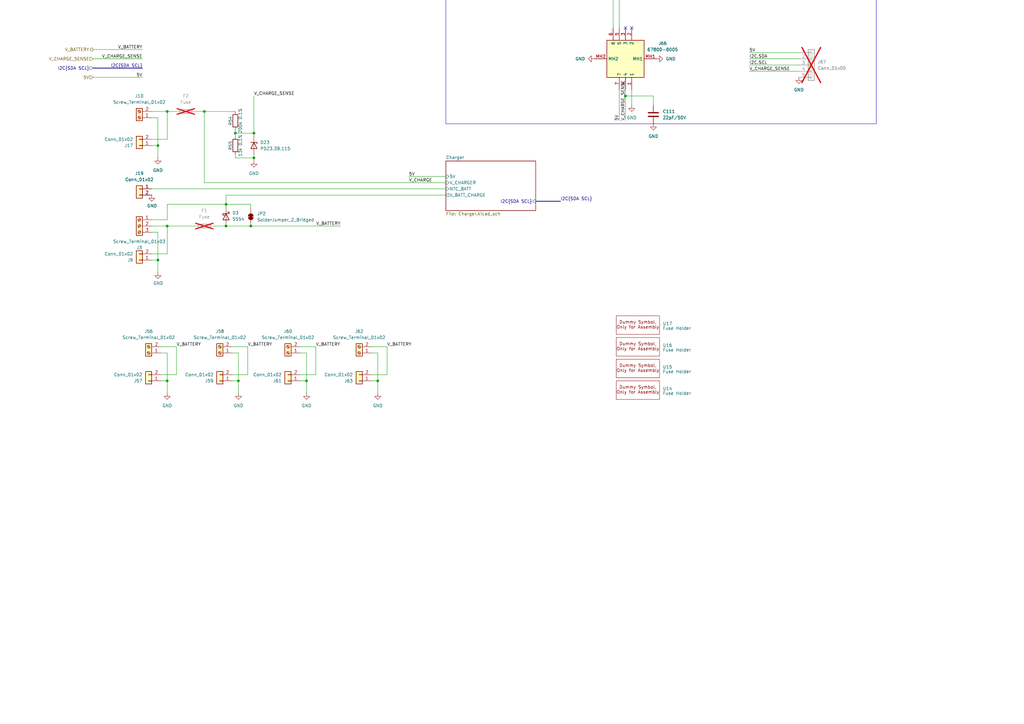
<source format=kicad_sch>
(kicad_sch (version 20231120) (generator "eeschema") (generator_version "8.0")
  (paper "A3")
  (lib_symbols
    (symbol "Connector:Screw_Terminal_01x02" (pin_names (offset 1.016) hide)
      (property "Reference" "J" (at 0 2.54 0))
      (property "Value" "Screw_Terminal_01x02" (at 0 -5.08 0))
      (symbol "Screw_Terminal_01x02_1_1"
        (rectangle (start -1.27 1.27) (end 1.27 -3.81) (stroke (width 0.254)) (fill (type background)))
        (circle (center 0 -2.54) (radius 0.635) (stroke (width 0.1524)))
        (polyline (pts (xy -0.5334 -2.2098) (xy 0.3302 -3.048)) (stroke (width 0.1524)))
        (polyline (pts (xy -0.5334 0.3302) (xy 0.3302 -0.508)) (stroke (width 0.1524)))
        (polyline (pts (xy -0.3556 -2.032) (xy 0.508 -2.8702)) (stroke (width 0.1524)))
        (polyline (pts (xy -0.3556 0.508) (xy 0.508 -0.3302)) (stroke (width 0.1524)))
        (circle (center 0 0) (radius 0.635) (stroke (width 0.1524)))
        (pin passive line (at -5.08 0 0) (length 3.81) (name "Pin_1") (number "1"))
        (pin passive line (at -5.08 -2.54 0) (length 3.81) (name "Pin_2") (number "2"))
      )
    )
    (symbol "Connector:Screw_Terminal_01x03" (pin_names (offset 1.016) hide)
      (property "Reference" "J" (at 0 5.08 0))
      (property "Value" "Screw_Terminal_01x03" (at 0 -5.08 0))
      (symbol "Screw_Terminal_01x03_1_1"
        (rectangle (start -1.27 3.81) (end 1.27 -3.81) (stroke (width 0.254)) (fill (type background)))
        (circle (center 0 -2.54) (radius 0.635) (stroke (width 0.1524)))
        (polyline (pts (xy -0.5334 -2.2098) (xy 0.3302 -3.048)) (stroke (width 0.1524)))
        (polyline (pts (xy -0.5334 0.3302) (xy 0.3302 -0.508)) (stroke (width 0.1524)))
        (polyline (pts (xy -0.5334 2.8702) (xy 0.3302 2.032)) (stroke (width 0.1524)))
        (polyline (pts (xy -0.3556 -2.032) (xy 0.508 -2.8702)) (stroke (width 0.1524)))
        (polyline (pts (xy -0.3556 0.508) (xy 0.508 -0.3302)) (stroke (width 0.1524)))
        (polyline (pts (xy -0.3556 3.048) (xy 0.508 2.2098)) (stroke (width 0.1524)))
        (circle (center 0 0) (radius 0.635) (stroke (width 0.1524)))
        (circle (center 0 2.54) (radius 0.635) (stroke (width 0.1524)))
        (pin passive line (at -5.08 2.54 0) (length 3.81) (name "Pin_1") (number "1"))
        (pin passive line (at -5.08 0 0) (length 3.81) (name "Pin_2") (number "2"))
        (pin passive line (at -5.08 -2.54 0) (length 3.81) (name "Pin_3") (number "3"))
      )
    )
    (symbol "Connector_Generic:Conn_01x02" (pin_names (offset 1.016) hide)
      (property "Reference" "J" (at 0 2.54 0))
      (property "Value" "Conn_01x02" (at 0 -5.08 0))
      (symbol "Conn_01x02_1_1"
        (rectangle (start -1.27 -2.413) (end 0 -2.667) (stroke (width 0.1524)))
        (rectangle (start -1.27 0.127) (end 0 -0.127) (stroke (width 0.1524)))
        (rectangle (start -1.27 1.27) (end 1.27 -3.81) (stroke (width 0.254)) (fill (type background)))
        (pin passive line (at -5.08 0 0) (length 3.81) (name "Pin_1") (number "1"))
        (pin passive line (at -5.08 -2.54 0) (length 3.81) (name "Pin_2") (number "2"))
      )
    )
    (symbol "Connector_Generic:Conn_01x05" (pin_names (offset 1.016) hide)
      (property "Reference" "J" (at 0 7.62 0))
      (property "Value" "Conn_01x05" (at 0 -7.62 0))
      (symbol "Conn_01x05_1_1"
        (rectangle (start -1.27 -4.953) (end 0 -5.207) (stroke (width 0.1524)))
        (rectangle (start -1.27 -2.413) (end 0 -2.667) (stroke (width 0.1524)))
        (rectangle (start -1.27 0.127) (end 0 -0.127) (stroke (width 0.1524)))
        (rectangle (start -1.27 2.667) (end 0 2.413) (stroke (width 0.1524)))
        (rectangle (start -1.27 5.207) (end 0 4.953) (stroke (width 0.1524)))
        (rectangle (start -1.27 6.35) (end 1.27 -6.35) (stroke (width 0.254)) (fill (type background)))
        (pin passive line (at -5.08 5.08 0) (length 3.81) (name "Pin_1") (number "1"))
        (pin passive line (at -5.08 2.54 0) (length 3.81) (name "Pin_2") (number "2"))
        (pin passive line (at -5.08 0 0) (length 3.81) (name "Pin_3") (number "3"))
        (pin passive line (at -5.08 -2.54 0) (length 3.81) (name "Pin_4") (number "4"))
        (pin passive line (at -5.08 -5.08 0) (length 3.81) (name "Pin_5") (number "5"))
      )
    )
    (symbol "Device:C" (pin_numbers hide) (pin_names (offset 0.254))
      (property "Reference" "C" (at 0.635 2.54 0))
      (property "Value" "C" (at 0.635 -2.54 0))
      (symbol "C_0_1"
        (polyline (pts (xy -2.032 -0.762) (xy 2.032 -0.762)) (stroke (width 0.508)))
        (polyline (pts (xy -2.032 0.762) (xy 2.032 0.762)) (stroke (width 0.508)))
      )
      (symbol "C_1_1"
        (pin passive line (at 0 3.81 270) (length 2.794) (name "~") (number "1"))
        (pin passive line (at 0 -3.81 90) (length 2.794) (name "~") (number "2"))
      )
    )
    (symbol "Device:D_Schottky" (pin_numbers hide) (pin_names (offset 1.016) hide)
      (property "Reference" "D" (at 0 2.54 0))
      (property "Value" "D_Schottky" (at 0 -2.54 0))
      (symbol "D_Schottky_0_1"
        (polyline (pts (xy 1.27 0) (xy -1.27 0)))
        (polyline (pts (xy 1.27 1.27) (xy 1.27 -1.27) (xy -1.27 0) (xy 1.27 1.27)) (stroke (width 0.254)))
        (polyline (pts (xy -1.905 0.635) (xy -1.905 1.27) (xy -1.27 1.27) (xy -1.27 -1.27) (xy -0.635 -1.27) (xy -0.635 -0.635)) (stroke (width 0.254)))
      )
      (symbol "D_Schottky_1_1"
        (pin passive line (at -3.81 0 0) (length 2.54) (name "K") (number "1"))
        (pin passive line (at 3.81 0 180) (length 2.54) (name "A") (number "2"))
      )
    )
    (symbol "Device:D_Zener" (pin_numbers hide) (pin_names (offset 1.016) hide)
      (property "Reference" "D" (at 0 2.54 0))
      (property "Value" "D_Zener" (at 0 -2.54 0))
      (symbol "D_Zener_0_1"
        (polyline (pts (xy 1.27 0) (xy -1.27 0)))
        (polyline (pts (xy -1.27 -1.27) (xy -1.27 1.27) (xy -0.762 1.27)) (stroke (width 0.254)))
        (polyline (pts (xy 1.27 -1.27) (xy 1.27 1.27) (xy -1.27 0) (xy 1.27 -1.27)) (stroke (width 0.254)))
      )
      (symbol "D_Zener_1_1"
        (pin passive line (at -3.81 0 0) (length 2.54) (name "K") (number "1"))
        (pin passive line (at 3.81 0 180) (length 2.54) (name "A") (number "2"))
      )
    )
    (symbol "Device:Fuse" (pin_numbers hide) (pin_names (offset 0))
      (property "Reference" "F" (at 2.032 0 90))
      (property "Value" "Fuse" (at -1.905 0 90))
      (symbol "Fuse_0_1"
        (rectangle (start -0.762 -2.54) (end 0.762 2.54) (stroke (width 0.254)))
        (polyline (pts (xy 0 2.54) (xy 0 -2.54)))
      )
      (symbol "Fuse_1_1"
        (pin passive line (at 0 3.81 270) (length 1.27) (name "~") (number "1"))
        (pin passive line (at 0 -3.81 90) (length 1.27) (name "~") (number "2"))
      )
    )
    (symbol "Device:R" (pin_numbers hide) (pin_names (offset 0))
      (property "Reference" "R" (at 2.032 0 90))
      (property "Value" "R" (at 0 0 90))
      (symbol "R_0_1"
        (rectangle (start -1.016 -2.54) (end 1.016 2.54) (stroke (width 0.254)))
      )
      (symbol "R_1_1"
        (pin passive line (at 0 3.81 270) (length 1.27) (name "~") (number "1"))
        (pin passive line (at 0 -3.81 90) (length 1.27) (name "~") (number "2"))
      )
    )
    (symbol "Jumper:SolderJumper_2_Bridged" (pin_numbers hide) (pin_names (offset 0) hide) (exclude_from_sim yes) (in_bom no)
      (property "Reference" "JP" (at 0 2.032 0))
      (property "Value" "SolderJumper_2_Bridged" (at 0 -2.54 0))
      (symbol "SolderJumper_2_Bridged_0_1"
        (rectangle (start -0.508 0.508) (end 0.508 -0.508) (fill (type outline)))
        (arc (start -0.254 1.016) (mid -1.2656 0) (end -0.254 -1.016))
        (arc (start -0.254 1.016) (mid -1.2656 0) (end -0.254 -1.016) (fill (type outline)))
        (polyline (pts (xy -0.254 1.016) (xy -0.254 -1.016)))
        (polyline (pts (xy 0.254 1.016) (xy 0.254 -1.016)))
        (arc (start 0.254 -1.016) (mid 1.2656 0) (end 0.254 1.016))
        (arc (start 0.254 -1.016) (mid 1.2656 0) (end 0.254 1.016) (fill (type outline)))
      )
      (symbol "SolderJumper_2_Bridged_1_1"
        (pin passive line (at -3.81 0 0) (length 2.54) (name "A") (number "1"))
        (pin passive line (at 3.81 0 180) (length 2.54) (name "B") (number "2"))
      )
    )
    (symbol "SATA-Molex-67800-8005:67800-8005"
      (property "Reference" "J" (at 21.59 12.7 0))
      (property "Value" "67800-8005" (at 21.59 10.16 0))
      (symbol "67800-8005_1_1"
        (rectangle (start 5.08 7.62) (end 20.32 -7.62) (stroke (width 0.254)) (fill (type background)))
        (pin passive line (at 15.24 -12.7 90) (length 5.08) (name "1") (number "1"))
        (pin passive line (at 15.24 12.7 270) (length 5.08) (name "2") (number "2"))
        (pin passive line (at 12.7 12.7 270) (length 5.08) (name "3") (number "3"))
        (pin passive line (at 12.7 -12.7 90) (length 5.08) (name "4") (number "4"))
        (pin passive line (at 10.16 12.7 270) (length 5.08) (name "5") (number "5"))
        (pin passive line (at 7.62 12.7 270) (length 5.08) (name "6") (number "6"))
        (pin passive line (at 10.16 -12.7 90) (length 5.08) (name "7") (number "7"))
        (pin passive line (at 25.4 0 180) (length 5.08) (name "MH1") (number "MH1"))
        (pin passive line (at 0 0 0) (length 5.08) (name "MH2") (number "MH2"))
      )
    )
    (symbol "power:GND" (power) (pin_numbers hide) (pin_names (offset 0) hide)
      (property "Value" "GND" (at 0 -3.81 0))
      (symbol "GND_0_1"
        (polyline (pts (xy 0 0) (xy 0 -1.27) (xy 1.27 -1.27) (xy 0 -2.54) (xy -1.27 -1.27) (xy 0 -1.27)))
      )
      (symbol "GND_1_1"
        (pin power_in line (at 0 0 270) (length 0) (name "~") (number "1"))
      )
    )
    (symbol "xtech:Dummy"
      (property "Reference" "U" (at 0 0 0))
      (symbol "Dummy_0_1"
        (rectangle (start 0 7.62) (end 17.78 0))
      )
      (symbol "Dummy_1_1"
        (text "Dummy Symbol,\nOnly for Assembly" (at 8.89 4.064 0) (effects (font (size 1.27 1.27))))
      )
    )
  )
  (junction (at 92.71 83.82))
  (junction (at 83.82 45.72))
  (junction (at 68.58 92.71))
  (junction (at 96.52 54.61))
  (junction (at 64.77 106.68))
  (junction (at 104.14 54.61))
  (junction (at 154.94 156.21))
  (junction (at 64.77 59.69))
  (junction (at 104.14 64.77))
  (junction (at 92.71 92.71))
  (junction (at 256.54 39.37))
  (junction (at 102.87 92.71))
  (junction (at 97.79 156.21))
  (junction (at 125.73 156.21))
  (junction (at 68.58 45.72))
  (junction (at 68.58 156.21))
  (no_connect (at 256.54 11.43))
  (no_connect (at 259.08 11.43))
  (wire (pts (xy 72.39 142.24) (xy 72.39 153.67)))
  (wire (pts (xy 104.14 66.04) (xy 104.14 64.77)))
  (wire (pts (xy 68.58 92.71) (xy 80.01 92.71)))
  (wire (pts (xy 123.19 144.78) (xy 125.73 144.78)))
  (wire (pts (xy 307.34 24.13) (xy 327.66 24.13)))
  (wire (pts (xy 68.58 92.71) (xy 68.58 104.14)))
  (wire (pts (xy 256.54 36.83) (xy 256.54 39.37)))
  (wire (pts (xy 38.1 24.13) (xy 58.42 24.13)))
  (wire (pts (xy 87.63 92.71) (xy 92.71 92.71)))
  (wire (pts (xy 62.23 59.69) (xy 64.77 59.69)))
  (wire (pts (xy 62.23 48.26) (xy 64.77 48.26)))
  (wire (pts (xy 101.6 142.24) (xy 101.6 153.67)))
  (wire (pts (xy 95.25 156.21) (xy 97.79 156.21)))
  (wire (pts (xy 83.82 74.93) (xy 182.88 74.93)))
  (wire (pts (xy 251.46 -8.89) (xy 251.46 11.43)))
  (wire (pts (xy 62.23 45.72) (xy 68.58 45.72)))
  (wire (pts (xy 68.58 104.14) (xy 62.23 104.14)))
  (wire (pts (xy 158.75 142.24) (xy 158.75 153.67)))
  (wire (pts (xy 72.39 153.67) (xy 66.04 153.67)))
  (wire (pts (xy 62.23 95.25) (xy 64.77 95.25)))
  (wire (pts (xy 95.25 142.24) (xy 101.6 142.24)))
  (wire (pts (xy 158.75 153.67) (xy 152.4 153.67)))
  (wire (pts (xy 102.87 92.71) (xy 139.7 92.71)))
  (wire (pts (xy 62.23 90.17) (xy 68.58 90.17)))
  (wire (pts (xy 92.71 83.82) (xy 102.87 83.82)))
  (wire (pts (xy 68.58 45.72) (xy 72.39 45.72)))
  (wire (pts (xy 152.4 142.24) (xy 158.75 142.24)))
  (wire (pts (xy 66.04 156.21) (xy 68.58 156.21)))
  (wire (pts (xy 62.23 92.71) (xy 68.58 92.71)))
  (wire (pts (xy 58.42 20.32) (xy 38.1 20.32)))
  (wire (pts (xy 256.54 39.37) (xy 256.54 49.53)))
  (wire (pts (xy 83.82 45.72) (xy 96.52 45.72)))
  (wire (pts (xy 38.1 31.75) (xy 58.42 31.75)))
  (wire (pts (xy 104.14 64.77) (xy 104.14 63.5)))
  (wire (pts (xy 92.71 85.09) (xy 92.71 83.82)))
  (wire (pts (xy 68.58 156.21) (xy 68.58 161.29)))
  (wire (pts (xy 92.71 80.01) (xy 92.71 83.82)))
  (wire (pts (xy 64.77 106.68) (xy 64.77 111.76)))
  (wire (pts (xy 307.34 26.67) (xy 327.66 26.67)))
  (wire (pts (xy 254 -8.89) (xy 254 11.43)))
  (wire (pts (xy 254 49.53) (xy 254 36.83)))
  (wire (pts (xy 95.25 144.78) (xy 97.79 144.78)))
  (wire (pts (xy 68.58 45.72) (xy 68.58 57.15)))
  (wire (pts (xy 267.97 43.18) (xy 267.97 39.37)))
  (wire (pts (xy 96.52 63.5) (xy 96.52 64.77)))
  (bus (pts (xy 219.71 82.55) (xy 229.87 82.55)))
  (wire (pts (xy 64.77 95.25) (xy 64.77 106.68)))
  (wire (pts (xy 83.82 74.93) (xy 83.82 45.72)))
  (wire (pts (xy 267.97 39.37) (xy 256.54 39.37)))
  (wire (pts (xy 104.14 55.88) (xy 104.14 54.61)))
  (wire (pts (xy 307.34 21.59) (xy 327.66 21.59)))
  (wire (pts (xy 97.79 156.21) (xy 97.79 161.29)))
  (wire (pts (xy 66.04 142.24) (xy 72.39 142.24)))
  (bus (pts (xy 38.1 27.94) (xy 58.42 27.94)))
  (wire (pts (xy 92.71 92.71) (xy 102.87 92.71)))
  (wire (pts (xy 68.58 144.78) (xy 68.58 156.21)))
  (wire (pts (xy 123.19 156.21) (xy 125.73 156.21)))
  (wire (pts (xy 154.94 156.21) (xy 154.94 161.29)))
  (wire (pts (xy 154.94 144.78) (xy 154.94 156.21)))
  (wire (pts (xy 68.58 57.15) (xy 62.23 57.15)))
  (wire (pts (xy 152.4 144.78) (xy 154.94 144.78)))
  (wire (pts (xy 96.52 54.61) (xy 96.52 55.88)))
  (wire (pts (xy 64.77 48.26) (xy 64.77 59.69)))
  (wire (pts (xy 259.08 43.18) (xy 259.08 36.83)))
  (wire (pts (xy 96.52 54.61) (xy 104.14 54.61)))
  (wire (pts (xy 62.23 106.68) (xy 64.77 106.68)))
  (wire (pts (xy 125.73 156.21) (xy 125.73 161.29)))
  (wire (pts (xy 80.01 45.72) (xy 83.82 45.72)))
  (wire (pts (xy 129.54 153.67) (xy 123.19 153.67)))
  (wire (pts (xy 104.14 39.37) (xy 104.14 54.61)))
  (wire (pts (xy 96.52 53.34) (xy 96.52 54.61)))
  (wire (pts (xy 152.4 156.21) (xy 154.94 156.21)))
  (wire (pts (xy 62.23 77.47) (xy 182.88 77.47)))
  (wire (pts (xy 68.58 83.82) (xy 92.71 83.82)))
  (wire (pts (xy 125.73 144.78) (xy 125.73 156.21)))
  (wire (pts (xy 102.87 83.82) (xy 102.87 85.09)))
  (wire (pts (xy 123.19 142.24) (xy 129.54 142.24)))
  (wire (pts (xy 92.71 80.01) (xy 182.88 80.01)))
  (wire (pts (xy 182.88 72.39) (xy 167.64 72.39)))
  (wire (pts (xy 307.34 29.21) (xy 327.66 29.21)))
  (wire (pts (xy 68.58 90.17) (xy 68.58 83.82)))
  (wire (pts (xy 129.54 142.24) (xy 129.54 153.67)))
  (wire (pts (xy 101.6 153.67) (xy 95.25 153.67)))
  (wire (pts (xy 66.04 144.78) (xy 68.58 144.78)))
  (wire (pts (xy 97.79 144.78) (xy 97.79 156.21)))
  (wire (pts (xy 96.52 64.77) (xy 104.14 64.77)))
  (wire (pts (xy 64.77 59.69) (xy 64.77 64.77)))
  (rectangle (start 182.88 -3.81) (end 359.41 50.8))
  (text "Connectors to join the PCBs when separated.\nAll hierachical inputs need to be here in order to restore the connections." (at 198.628 -13.462 0) (effects (font (size 1.27 1.27))))
  (label "I2C.SCL" (at 307.34 26.67 0))
  (label "5V" (at 167.64 72.39 0))
  (label "5V" (at 58.42 31.75 180))
  (label "V_BATTERY" (at 72.39 142.24 0))
  (label "V_BATTERY" (at 139.7 92.71 180))
  (label "V_BATTERY" (at 158.75 142.24 0))
  (label "I2C{SDA SCL}" (at 58.42 27.94 180))
  (label "V_CHARGE_SENSE" (at 307.34 29.21 0))
  (label "I2C.SDA" (at 307.34 24.13 0))
  (label "I2C{SDA SCL}" (at 229.87 82.55 0))
  (label "V_BATTERY" (at 129.54 142.24 0))
  (label "V_CHARGE" (at 167.64 74.93 0))
  (label "V_BATTERY" (at 58.42 20.32 180))
  (label "5V" (at 307.34 21.59 0))
  (label "5V" (at 254 49.53 90))
  (label "V_BATTERY" (at 101.6 142.24 0))
  (label "V_CHARGE_SENSE" (at 104.14 39.37 0))
  (label "I2C.SCL" (at 251.46 -8.89 270))
  (label "I2C.SDA" (at 254 -8.89 270))
  (label "V_CHARGE_SENSE" (at 58.42 24.13 180))
  (label "V_CHARGE_SENSE" (at 256.54 49.53 90))
  (hierarchical_label "V_CHARGE_SENSE" (shape input) (at 38.1 24.13 180))
  (hierarchical_label "I2C{SDA SCL}" (shape input) (at 38.1 27.94 180))
  (hierarchical_label "5V" (shape input) (at 38.1 31.75 180))
  (hierarchical_label "V_BATTERY" (shape output) (at 38.1 20.32 180))
  (symbol (lib_id "Connector:Screw_Terminal_01x02") (at 60.96 144.78 180) (unit 1)
    (property "Reference" "J56" (at 60.96 135.89 0))
    (property "Value" "Screw_Terminal_01x02" (at 60.96 138.43 0))
    (property "Footprint" "TerminalBlock_Phoenix:TerminalBlock_Phoenix_MKDS-1,5-2-5.08_1x02_P5.08mm_Horizontal" (effects (hide yes)))
    (property "Description" "Generic screw terminal, single row, 01x02, script generated (kicad-library-utils/schlib/autogen/connector/)" (effects (hide yes)))
    (property "JLC" "C557665" (effects (hide yes)))
  )
  (symbol (lib_id "Device:R") (at 96.52 49.53 180) (unit 1)
    (property "Reference" "R54" (at 94.488 49.53 90))
    (property "Value" "200k 0.1%" (at 98.552 49.53 90))
    (property "Footprint" "Resistor_SMD:R_0402_1005Metric" (effects (hide yes)))
    (property "Description" "Resistor" (effects (hide yes)))
    (property "JLC" "C728556" (effects (hide yes)))
  )
  (symbol (lib_id "Device:D_Zener") (at 104.14 59.69 270) (unit 1)
    (property "Reference" "D23" (at 106.68 58.4199 90) (effects (justify left)))
    (property "Value" "PDZ3.3B,115" (at 106.68 60.9599 90) (effects (justify left)))
    (property "Footprint" "Diode_SMD:D_SOD-323" (effects (hide yes)))
    (property "Description" "Zener diode" (effects (hide yes)))
    (property "JLC" "C426855" (effects (hide yes)))
  )
  (symbol (lib_id "Connector:Screw_Terminal_01x02") (at 57.15 48.26 180) (unit 1)
    (property "Reference" "J10" (at 57.15 39.37 0))
    (property "Value" "Screw_Terminal_01x02" (at 57.15 41.91 0))
    (property "Footprint" "TerminalBlock_Phoenix:TerminalBlock_Phoenix_MKDS-1,5-2-5.08_1x02_P5.08mm_Horizontal" (effects (hide yes)))
    (property "Description" "Generic screw terminal, single row, 01x02, script generated (kicad-library-utils/schlib/autogen/connector/)" (effects (hide yes)))
    (property "JLC" "C557665" (effects (hide yes)))
  )
  (symbol (lib_id "Device:Fuse") (at 83.82 92.71 90) (unit 1) (dnp yes)
    (property "Reference" "F1" (at 83.82 86.36 90))
    (property "Value" "Fuse" (at 83.82 88.9 90))
    (property "Footprint" "local_FUSE:Fuseholder5x20_horiz_open_inline_Type-I" (effects (hide yes)))
    (property "Description" "You will need a pair of holders" (effects (hide yes)))
    (property "Part Number" "https://aliexpress.com/item/4000318714025.html" (effects (hide yes)))
    (property "Stock_PN" "FH-FC-202-24" (effects (hide yes)))
    (property "LCSC" "C3117" (effects (hide yes)))
  )
  (symbol (lib_id "Connector_Generic:Conn_01x05") (at 332.74 26.67 0) (unit 1) (dnp yes)
    (property "Reference" "J67" (at 335.28 25.3999 0) (effects (justify left)))
    (property "Value" "Conn_01x05" (at 335.28 27.9399 0) (effects (justify left)))
    (property "Footprint" "Connector_PinHeader_2.54mm:PinHeader_1x05_P2.54mm_Vertical" (effects (hide yes)))
    (property "Description" "Generic connector, single row, 01x05, script generated (kicad-library-utils/schlib/autogen/connector/)" (effects (hide yes)))
  )
  (symbol (lib_id "Connector_Generic:Conn_01x02") (at 147.32 156.21 180) (unit 1)
    (property "Reference" "J63" (at 144.78 156.2101 0) (effects (justify left)))
    (property "Value" "Conn_01x02" (at 144.78 153.6701 0) (effects (justify left)))
    (property "Footprint" "Connector_AMASS:AMASS_XT30UPB-F_1x02_P5.0mm_Vertical" (effects (hide yes)))
    (property "Description" "Generic connector, single row, 01x02, script generated (kicad-library-utils/schlib/autogen/connector/)" (effects (hide yes)))
    (property "JLC" "C108769" (effects (hide yes)))
  )
  (symbol (lib_id "xtech:Dummy") (at 252.73 163.83 0) (unit 1)
    (property "Reference" "U14" (at 271.78 159.3849 0) (effects (justify left)))
    (property "Value" "Fuse Holder" (at 271.78 161.29 0) (effects (justify left)))
    (property "Footprint" "xtech:Dummy" (effects (hide yes)))
    (property "JLC" "C206977" (effects (hide yes)))
  )
  (symbol (lib_id "Connector_Generic:Conn_01x02") (at 90.17 156.21 180) (unit 1)
    (property "Reference" "J59" (at 87.63 156.2101 0) (effects (justify left)))
    (property "Value" "Conn_01x02" (at 87.63 153.6701 0) (effects (justify left)))
    (property "Footprint" "Connector_AMASS:AMASS_XT30UPB-F_1x02_P5.0mm_Vertical" (effects (hide yes)))
    (property "Description" "Generic connector, single row, 01x02, script generated (kicad-library-utils/schlib/autogen/connector/)" (effects (hide yes)))
    (property "JLC" "C108769" (effects (hide yes)))
  )
  (symbol (lib_id "Connector_Generic:Conn_01x02") (at 57.15 77.47 0) (mirror y) (unit 1)
    (property "Reference" "J19" (at 57.15 71.12 0))
    (property "Value" "Conn_01x02" (at 57.15 73.66 0))
    (property "Footprint" "Connector_JST:JST_XH_B2B-XH-A_1x02_P2.50mm_Vertical" (effects (hide yes)))
    (property "Description" "Generic connector, single row, 01x02, script generated (kicad-library-utils/schlib/autogen/connector/)" (effects (hide yes)))
    (property "JLC" "C2910525" (effects (hide yes)))
  )
  (symbol (lib_id "Connector:Screw_Terminal_01x02") (at 147.32 144.78 180) (unit 1)
    (property "Reference" "J62" (at 147.32 135.89 0))
    (property "Value" "Screw_Terminal_01x02" (at 147.32 138.43 0))
    (property "Footprint" "TerminalBlock_Phoenix:TerminalBlock_Phoenix_MKDS-1,5-2-5.08_1x02_P5.08mm_Horizontal" (effects (hide yes)))
    (property "Description" "Generic screw terminal, single row, 01x02, script generated (kicad-library-utils/schlib/autogen/connector/)" (effects (hide yes)))
    (property "JLC" "C557665" (effects (hide yes)))
  )
  (symbol (lib_id "xtech:Dummy") (at 252.73 154.94 0) (unit 1)
    (property "Reference" "U15" (at 271.78 150.4949 0) (effects (justify left)))
    (property "Value" "Fuse Holder" (at 271.78 152.4 0) (effects (justify left)))
    (property "Footprint" "xtech:Dummy" (effects (hide yes)))
    (property "JLC" "C206977" (effects (hide yes)))
  )
  (symbol (lib_id "power:GND") (at 68.58 161.29 0) (unit 1)
    (property "Reference" "#PWR0168" (effects (hide yes)))
    (property "Value" "GND" (at 68.58 166.37 0))
    (property "Description" "Power symbol creates a global label with name \"GND\" , ground" (effects (hide yes)))
  )
  (symbol (lib_id "Connector:Screw_Terminal_01x03") (at 57.15 92.71 0) (mirror y) (unit 1)
    (property "Reference" "J3" (at 57.15 101.6 0))
    (property "Value" "Screw_Terminal_01x03" (at 57.15 99.06 0))
    (property "Footprint" "TerminalBlock_Phoenix:TerminalBlock_Phoenix_MKDS-1,5-3-5.08_1x03_P5.08mm_Horizontal" (effects (hide yes)))
    (property "Description" "Generic screw terminal, single row, 01x03, script generated (kicad-library-utils/schlib/autogen/connector/)" (effects (hide yes)))
    (property "JLC" "C557666" (effects (hide yes)))
  )
  (symbol (lib_id "Connector_Generic:Conn_01x02") (at 57.15 59.69 180) (unit 1)
    (property "Reference" "J17" (at 54.61 59.6901 0) (effects (justify left)))
    (property "Value" "Conn_01x02" (at 54.61 57.1501 0) (effects (justify left)))
    (property "Footprint" "Connector_AMASS:AMASS_XT30UPB-M_1x02_P5.0mm_Vertical" (effects (hide yes)))
    (property "Description" "Generic connector, single row, 01x02, script generated (kicad-library-utils/schlib/autogen/connector/)" (effects (hide yes)))
    (property "JLC" "C428721" (effects (hide yes)))
  )
  (symbol (lib_id "power:GND") (at 104.14 66.04 0) (unit 1)
    (property "Reference" "#PWR0170" (effects (hide yes)))
    (property "Value" "GND" (at 104.14 71.12 0))
    (property "Description" "Power symbol creates a global label with name \"GND\" , ground" (effects (hide yes)))
  )
  (symbol (lib_id "SATA-Molex-67800-8005:67800-8005") (at 243.84 24.13 0) (unit 1)
    (property "Reference" "J66" (at 271.78 17.8114 0))
    (property "Value" "67800-8005" (at 271.78 20.3514 0))
    (property "Footprint" "SATA-Molex-67800-8005:SATA-Molex-67800-8005" (effects (hide yes)))
    (property "Datasheet" "https://www.molex.com/pdm_docs/sd/678008002_sd.pdf" (effects (hide yes)))
    (property "Description" "I/O Connectors 7Ckt Vert Signal Hdr w/tabs locking latch" (effects (hide yes)))
    (property "Height" "8.65" (effects (hide yes)))
    (property "Mouser Part Number" "538-67800-8005" (effects (hide yes)))
    (property "Mouser Price/Stock" "https://www.mouser.co.uk/ProductDetail/Molex/67800-8005?qs=D%252By4jQJzx8LhJdDBDe0z1w%3D%3D" (effects (hide yes)))
    (property "Manufacturer_Name" "Molex" (effects (hide yes)))
    (property "Manufacturer_Part_Number" "67800-8005" (effects (hide yes)))
    (property "JLC" "C7500843" (effects (hide yes)))
  )
  (symbol (lib_id "power:GND") (at 64.77 111.76 0) (unit 1)
    (property "Reference" "#PWR0167" (effects (hide yes)))
    (property "Value" "GND" (at 64.897 116.1542 0))
    (property "Description" "Power symbol creates a global label with name \"GND\" , ground" (effects (hide yes)))
  )
  (symbol (lib_id "Device:R") (at 96.52 59.69 180) (unit 1)
    (property "Reference" "R55" (at 94.488 59.69 90))
    (property "Value" "13k 0.1%" (at 98.552 59.69 90))
    (property "Footprint" "Resistor_SMD:R_0402_1005Metric" (effects (hide yes)))
    (property "Description" "Resistor" (effects (hide yes)))
    (property "JLC" "C852524" (effects (hide yes)))
  )
  (symbol (lib_id "power:GND") (at 259.08 43.18 0) (unit 1)
    (property "Reference" "#PWR0186" (effects (hide yes)))
    (property "Value" "GND" (at 259.08 48.26 0))
    (property "Description" "Power symbol creates a global label with name \"GND\" , ground" (effects (hide yes)))
  )
  (symbol (lib_id "power:GND") (at 154.94 161.29 0) (unit 1)
    (property "Reference" "#PWR0173" (effects (hide yes)))
    (property "Value" "GND" (at 154.94 166.37 0))
    (property "Description" "Power symbol creates a global label with name \"GND\" , ground" (effects (hide yes)))
  )
  (symbol (lib_id "power:GND") (at 267.97 50.8 0) (unit 1)
    (property "Reference" "#PWR0162" (effects (hide yes)))
    (property "Value" "GND" (at 267.97 55.88 0))
    (property "Description" "Power symbol creates a global label with name \"GND\" , ground" (effects (hide yes)))
  )
  (symbol (lib_id "power:GND") (at 62.23 80.01 0) (unit 1)
    (property "Reference" "#PWR0165" (effects (hide yes)))
    (property "Value" "GND" (at 62.357 84.4042 0))
    (property "Description" "Power symbol creates a global label with name \"GND\" , ground" (effects (hide yes)))
  )
  (symbol (lib_id "Device:Fuse") (at 76.2 45.72 90) (unit 1) (dnp yes)
    (property "Reference" "F2" (at 76.2 39.37 90))
    (property "Value" "Fuse" (at 76.2 41.91 90))
    (property "Footprint" "local_FUSE:Fuseholder5x20_horiz_open_inline_Type-I" (effects (hide yes)))
    (property "Description" "You will need a pair of holders" (effects (hide yes)))
    (property "Part Number" "https://aliexpress.com/item/4000318714025.html" (effects (hide yes)))
    (property "Stock_PN" "FH-FC-202-24" (effects (hide yes)))
    (property "LCSC" "C3117" (effects (hide yes)))
  )
  (symbol (lib_id "Connector_Generic:Conn_01x02") (at 57.15 106.68 180) (unit 1)
    (property "Reference" "J9" (at 54.61 106.6801 0) (effects (justify left)))
    (property "Value" "Conn_01x02" (at 54.61 104.1401 0) (effects (justify left)))
    (property "Footprint" "Connector_AMASS:AMASS_XT30UPB-M_1x02_P5.0mm_Vertical" (effects (hide yes)))
    (property "Description" "Generic connector, single row, 01x02, script generated (kicad-library-utils/schlib/autogen/connector/)" (effects (hide yes)))
    (property "JLC" "C428721" (effects (hide yes)))
  )
  (symbol (lib_id "power:GND") (at 64.77 64.77 0) (unit 1)
    (property "Reference" "#PWR0166" (effects (hide yes)))
    (property "Value" "GND" (at 64.77 69.85 0))
    (property "Description" "Power symbol creates a global label with name \"GND\" , ground" (effects (hide yes)))
  )
  (symbol (lib_id "Connector:Screw_Terminal_01x02") (at 90.17 144.78 180) (unit 1)
    (property "Reference" "J58" (at 90.17 135.89 0))
    (property "Value" "Screw_Terminal_01x02" (at 90.17 138.43 0))
    (property "Footprint" "TerminalBlock_Phoenix:TerminalBlock_Phoenix_MKDS-1,5-2-5.08_1x02_P5.08mm_Horizontal" (effects (hide yes)))
    (property "Description" "Generic screw terminal, single row, 01x02, script generated (kicad-library-utils/schlib/autogen/connector/)" (effects (hide yes)))
    (property "JLC" "C557665" (effects (hide yes)))
  )
  (symbol (lib_id "power:GND") (at 243.84 24.13 270) (unit 1)
    (property "Reference" "#PWR0176" (effects (hide yes)))
    (property "Value" "GND" (at 240.03 24.1299 90) (effects (justify right)))
    (property "Description" "Power symbol creates a global label with name \"GND\" , ground" (effects (hide yes)))
  )
  (symbol (lib_id "Connector:Screw_Terminal_01x02") (at 118.11 144.78 180) (unit 1)
    (property "Reference" "J60" (at 118.11 135.89 0))
    (property "Value" "Screw_Terminal_01x02" (at 118.11 138.43 0))
    (property "Footprint" "TerminalBlock_Phoenix:TerminalBlock_Phoenix_MKDS-1,5-2-5.08_1x02_P5.08mm_Horizontal" (effects (hide yes)))
    (property "Description" "Generic screw terminal, single row, 01x02, script generated (kicad-library-utils/schlib/autogen/connector/)" (effects (hide yes)))
    (property "JLC" "C557665" (effects (hide yes)))
  )
  (symbol (lib_id "xtech:Dummy") (at 252.73 146.05 0) (unit 1)
    (property "Reference" "U16" (at 271.78 141.6049 0) (effects (justify left)))
    (property "Value" "Fuse Holder" (at 271.78 143.51 0) (effects (justify left)))
    (property "Footprint" "xtech:Dummy" (effects (hide yes)))
    (property "JLC" "C206977" (effects (hide yes)))
  )
  (symbol (lib_id "Device:D_Schottky") (at 92.71 88.9 270) (unit 1)
    (property "Reference" "D3" (at 95.25 87.3124 90) (effects (justify left)))
    (property "Value" "SS54" (at 95.25 89.8524 90) (effects (justify left)))
    (property "Footprint" "Diode_SMD:D_SMA" (effects (hide yes)))
    (property "Digikey" "3757-SB54AFC_R1_00001CT-ND" (effects (hide yes)))
    (property "Part Number" "SB54AFC_R1_00001" (effects (hide yes)))
    (property "Stock_PN" "D-SMA-Schottky-40V-5A" (effects (hide yes)))
    (property "JLC" "C22452" (effects (hide yes)))
  )
  (symbol (lib_id "power:GND") (at 327.66 31.75 0) (unit 1)
    (property "Reference" "#PWR0188" (effects (hide yes)))
    (property "Value" "GND" (at 327.66 36.83 0))
    (property "Description" "Power symbol creates a global label with name \"GND\" , ground" (effects (hide yes)))
  )
  (symbol (lib_id "Device:C") (at 267.97 46.99 0) (unit 1)
    (property "Reference" "C111" (at 271.78 45.7199 0) (effects (justify left)))
    (property "Value" "22pF/50V" (at 271.78 48.2599 0) (effects (justify left)))
    (property "Footprint" "Capacitor_SMD:C_0603_1608Metric" (effects (hide yes)))
    (property "Description" "Unpolarized capacitor" (effects (hide yes)))
    (property "JLC" "C1653" (effects (hide yes)))
  )
  (symbol (lib_id "Jumper:SolderJumper_2_Bridged") (at 102.87 88.9 90) (unit 1) (exclude_from_sim yes) (in_bom no)
    (property "Reference" "JP2" (at 105.41 87.6299 90) (effects (justify right)))
    (property "Value" "SolderJumper_2_Bridged" (at 105.41 90.1699 90) (effects (justify right)))
    (property "Footprint" "Jumper:SolderJumper-2_P1.3mm_Bridged2Bar_Pad1.0x1.5mm" (effects (hide yes)))
    (property "Description" "Solder Jumper, 2-pole, closed/bridged" (effects (hide yes)))
  )
  (symbol (lib_id "Connector_Generic:Conn_01x02") (at 118.11 156.21 180) (unit 1)
    (property "Reference" "J61" (at 115.57 156.2101 0) (effects (justify left)))
    (property "Value" "Conn_01x02" (at 115.57 153.6701 0) (effects (justify left)))
    (property "Footprint" "Connector_AMASS:AMASS_XT30UPB-F_1x02_P5.0mm_Vertical" (effects (hide yes)))
    (property "Description" "Generic connector, single row, 01x02, script generated (kicad-library-utils/schlib/autogen/connector/)" (effects (hide yes)))
    (property "JLC" "C108769" (effects (hide yes)))
  )
  (symbol (lib_id "power:GND") (at 269.24 24.13 90) (unit 1)
    (property "Reference" "#PWR0187" (effects (hide yes)))
    (property "Value" "GND" (at 273.05 24.1299 90) (effects (justify right)))
    (property "Description" "Power symbol creates a global label with name \"GND\" , ground" (effects (hide yes)))
  )
  (symbol (lib_id "Connector_Generic:Conn_01x02") (at 60.96 156.21 180) (unit 1)
    (property "Reference" "J57" (at 58.42 156.2101 0) (effects (justify left)))
    (property "Value" "Conn_01x02" (at 58.42 153.6701 0) (effects (justify left)))
    (property "Footprint" "Connector_AMASS:AMASS_XT30UPB-F_1x02_P5.0mm_Vertical" (effects (hide yes)))
    (property "Description" "Generic connector, single row, 01x02, script generated (kicad-library-utils/schlib/autogen/connector/)" (effects (hide yes)))
    (property "JLC" "C108769" (effects (hide yes)))
  )
  (symbol (lib_id "power:GND") (at 125.73 161.29 0) (unit 1)
    (property "Reference" "#PWR0172" (effects (hide yes)))
    (property "Value" "GND" (at 125.73 166.37 0))
    (property "Description" "Power symbol creates a global label with name \"GND\" , ground" (effects (hide yes)))
  )
  (symbol (lib_id "power:GND") (at 97.79 161.29 0) (unit 1)
    (property "Reference" "#PWR0169" (effects (hide yes)))
    (property "Value" "GND" (at 97.79 166.37 0))
    (property "Description" "Power symbol creates a global label with name \"GND\" , ground" (effects (hide yes)))
  )
  (symbol (lib_id "xtech:Dummy") (at 252.73 137.16 0) (unit 1)
    (property "Reference" "U17" (at 271.78 132.7149 0) (effects (justify left)))
    (property "Value" "Fuse Holder" (at 271.78 134.62 0) (effects (justify left)))
    (property "Footprint" "xtech:Dummy" (effects (hide yes)))
    (property "JLC" "C206977" (effects (hide yes)))
  )
  (sheet (at 182.88 66.04) (size 36.83 20.32) (stroke (width 0.1524))
    (property "Sheetname" "Charger" (at 182.88 65.3284 0) (effects (justify left bottom)))
    (property "Sheetfile" "Charger.kicad_sch" (at 182.88 86.9446 0) (effects (justify left top)))
    (pin "V_CHARGER" input (at 182.88 74.93 180))
    (pin "V_BATT_CHARGE" output (at 182.88 80.01 180))
    (pin "NTC_BATT" input (at 182.88 77.47 180))
    (pin "I2C{SDA SCL}" input (at 219.71 82.55 0))
    (pin "5V" input (at 182.88 72.39 180))
  )
)
</source>
